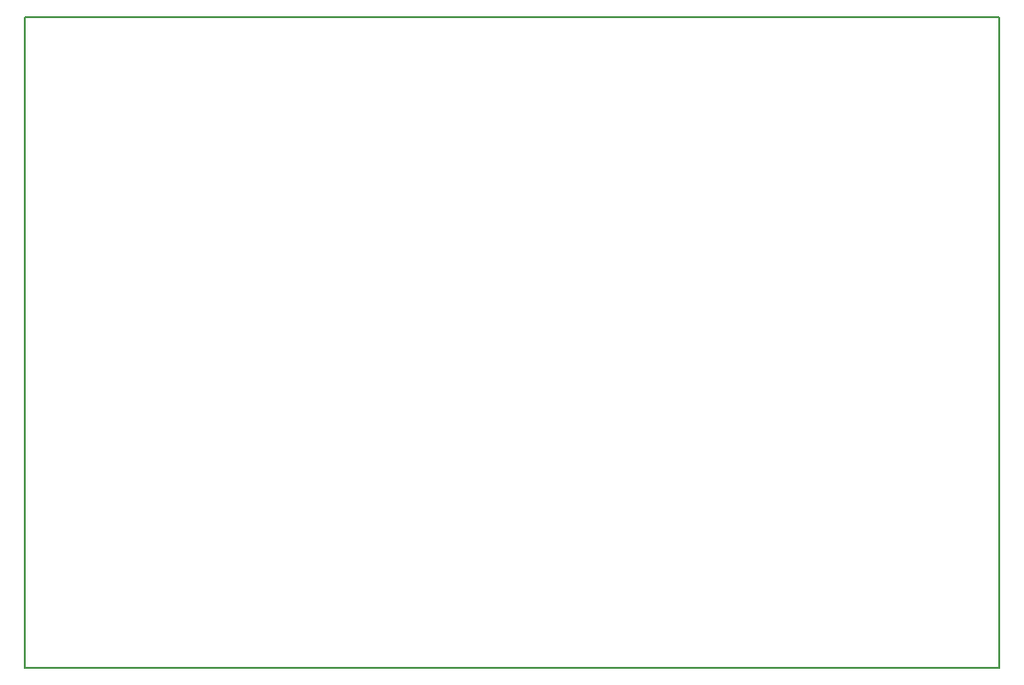
<source format=gbr>
G04 #@! TF.FileFunction,Profile,NP*
%FSLAX46Y46*%
G04 Gerber Fmt 4.6, Leading zero omitted, Abs format (unit mm)*
G04 Created by KiCad (PCBNEW 4.0.7) date 12/08/18 05:52:10*
%MOMM*%
%LPD*%
G01*
G04 APERTURE LIST*
%ADD10C,0.100000*%
%ADD11C,0.150000*%
G04 APERTURE END LIST*
D10*
D11*
X115163600Y-73863200D02*
X201625200Y-73863200D01*
X115163600Y-131724400D02*
X115163600Y-73863200D01*
X201625200Y-131724400D02*
X115163600Y-131724400D01*
X201625200Y-73863200D02*
X201625200Y-131724400D01*
M02*

</source>
